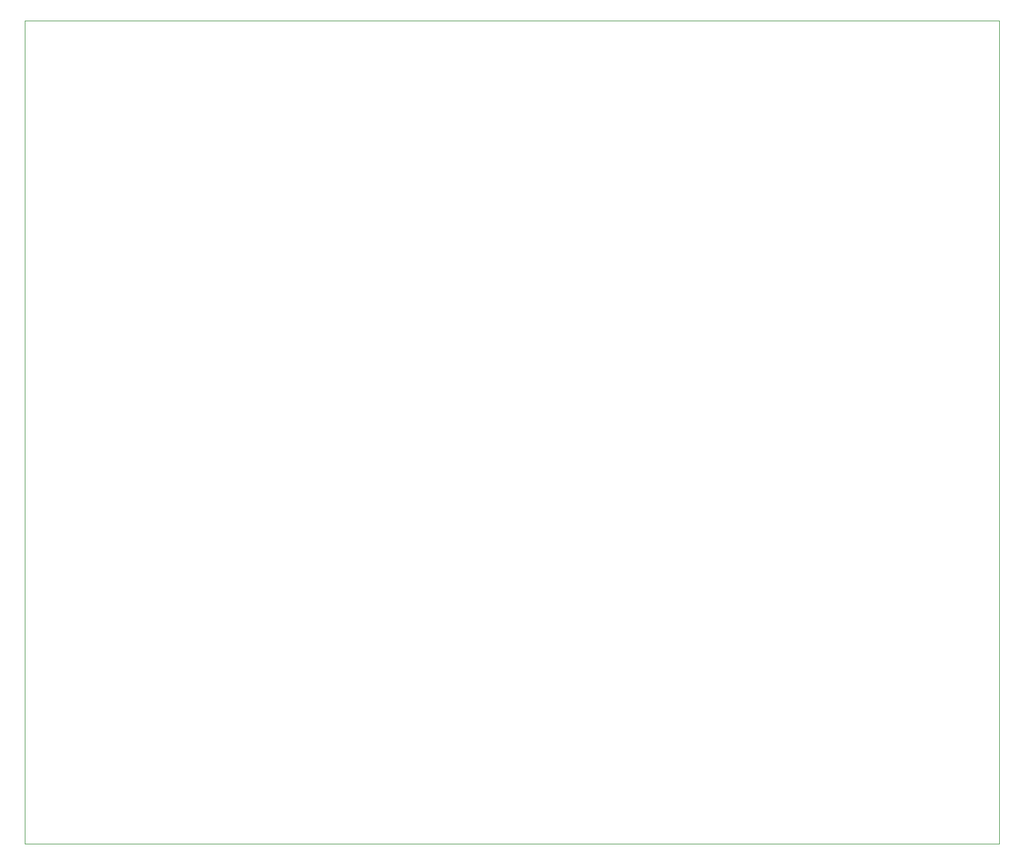
<source format=gbr>
%FSLAX34Y34*%
G04 Gerber Fmt 3.4, Leading zero omitted, Abs format*
G04 (created by PCBNEW (2014-03-19 BZR 4756)-product) date Fri 26 Dec 2014 10:56:14 GMT*
%MOIN*%
G01*
G70*
G90*
G04 APERTURE LIST*
%ADD10C,0.005906*%
%ADD11C,0.003937*%
G04 APERTURE END LIST*
G54D10*
G54D11*
X30000Y-62500D02*
X30000Y-16000D01*
X85000Y-62500D02*
X30000Y-62500D01*
X85000Y-16000D02*
X85000Y-62500D01*
X30000Y-16000D02*
X85000Y-16000D01*
M02*

</source>
